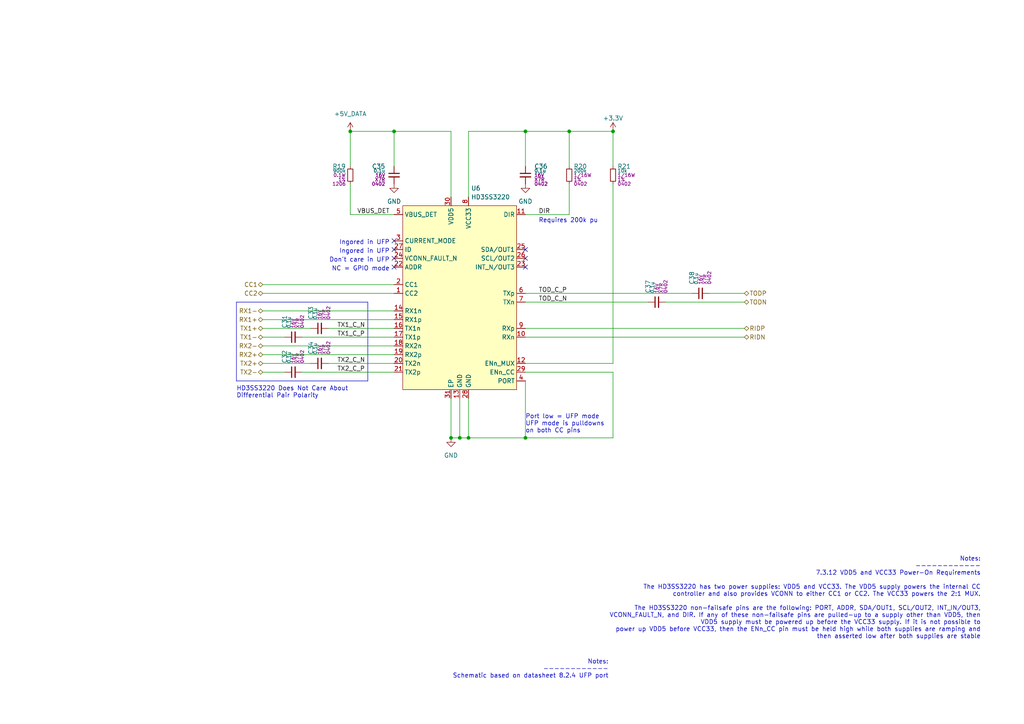
<source format=kicad_sch>
(kicad_sch (version 20230121) (generator eeschema)
  (paper "A4")
  (title_block (title "PCIeDMA") (date "2023-02-14") (rev "1"))
  (lib_symbols
    (symbol "Device:C_Small" (pin_numbers hide) (pin_names (offset 0.254) hide)
      (property "Reference" "C" (at 0.254 1.778 0))
      (property "Value" "C_Small" (at 0.254 -2.032 0))
      (symbol "C_Small_0_1"
        (polyline (pts (xy -1.524 -0.508) (xy 1.524 -0.508)) (stroke (width 0.3302)))
        (polyline (pts (xy -1.524 0.508) (xy 1.524 0.508)) (stroke (width 0.3048)))
      )
      (symbol "C_Small_1_1"
        (pin passive line (at 0 2.54 270) (length 2.032) (name "~") (number "1"))
        (pin passive line (at 0 -2.54 90) (length 2.032) (name "~") (number "2"))
      )
    )
    (symbol "Device:R_Small" (pin_numbers hide) (pin_names (offset 0.254) hide)
      (property "Reference" "R" (at 0.762 0.508 0))
      (property "Value" "R_Small" (at 0.762 -1.016 0))
      (symbol "R_Small_0_1"
        (rectangle (start -0.762 1.778) (end 0.762 -1.778) (stroke (width 0.2032)))
      )
      (symbol "R_Small_1_1"
        (pin passive line (at 0 2.54 270) (length 0.762) (name "~") (number "1"))
        (pin passive line (at 0 -2.54 90) (length 0.762) (name "~") (number "2"))
      )
    )
    (symbol "PCIeDMA:+5V_DATA" (power) (pin_names (offset 0))
      (property "Value" "+5V_DATA" (at 0 3.556 0))
      (symbol "+5V_DATA_0_1"
        (polyline (pts (xy -0.762 1.27) (xy 0 2.54)))
        (polyline (pts (xy 0 0) (xy 0 2.54)))
        (polyline (pts (xy 0 2.54) (xy 0.762 1.27)))
      )
      (symbol "+5V_DATA_1_1"
        (pin power_in line (at 0 0 90) (length 0) hide (name "+5V_DATA") (number "1"))
      )
    )
    (symbol "PCIeDMA:HD3SS3220"
      (property "Reference" "U" (at 0 0 0))
      (property "Value" "HD3SS3220" (at 0 2.54 0))
      (symbol "HD3SS3220_0_1"
        (rectangle (start 2.54 -2.54) (end 35.56 -55.88) (fill (type background)))
      )
      (symbol "HD3SS3220_1_1"
        (pin bidirectional line (at 0 -27.94 0) (length 2.54) (name "CC2") (number "1"))
        (pin bidirectional line (at 38.1 -40.64 180) (length 2.54) (name "RXn") (number "10"))
        (pin output line (at 38.1 -5.08 180) (length 2.54) (name "DIR") (number "11"))
        (pin input line (at 38.1 -48.26 180) (length 2.54) (name "ENn_MUX") (number "12"))
        (pin power_in line (at 19.05 -58.42 90) (length 2.54) (name "GND") (number "13"))
        (pin bidirectional line (at 0 -33.02 0) (length 2.54) (name "RX1n") (number "14"))
        (pin bidirectional line (at 0 -35.56 0) (length 2.54) (name "RX1p") (number "15"))
        (pin bidirectional line (at 0 -38.1 0) (length 2.54) (name "TX1n") (number "16"))
        (pin bidirectional line (at 0 -40.64 0) (length 2.54) (name "TX1p") (number "17"))
        (pin bidirectional line (at 0 -43.18 0) (length 2.54) (name "RX2n") (number "18"))
        (pin bidirectional line (at 0 -45.72 0) (length 2.54) (name "RX2p") (number "19"))
        (pin bidirectional line (at 0 -25.4 0) (length 2.54) (name "CC1") (number "2"))
        (pin bidirectional line (at 0 -48.26 0) (length 2.54) (name "TX2n") (number "20"))
        (pin bidirectional line (at 0 -50.8 0) (length 2.54) (name "TX2p") (number "21"))
        (pin input line (at 0 -20.32 0) (length 2.54) (name "ADDR") (number "22"))
        (pin output line (at 38.1 -20.32 180) (length 2.54) (name "INT_N/OUT3") (number "23"))
        (pin output line (at 0 -17.78 0) (length 2.54) (name "VCONN_FAULT_N") (number "24"))
        (pin bidirectional line (at 38.1 -15.24 180) (length 2.54) (name "SDA/OUT1") (number "25"))
        (pin bidirectional line (at 38.1 -17.78 180) (length 2.54) (name "SCL/OUT2") (number "26"))
        (pin output line (at 0 -15.24 0) (length 2.54) (name "ID") (number "27"))
        (pin power_in line (at 21.59 -58.42 90) (length 2.54) (name "GND") (number "28"))
        (pin input line (at 38.1 -50.8 180) (length 2.54) (name "ENn_CC") (number "29"))
        (pin input line (at 0 -12.7 0) (length 2.54) (name "CURRENT_MODE") (number "3"))
        (pin input line (at 16.51 0 270) (length 2.54) (name "VDD5") (number "30"))
        (pin power_in line (at 16.51 -58.42 90) (length 2.54) (name "EP") (number "31"))
        (pin input line (at 38.1 -53.34 180) (length 2.54) (name "PORT") (number "4"))
        (pin input line (at 0 -5.08 0) (length 2.54) (name "VBUS_DET") (number "5"))
        (pin bidirectional line (at 38.1 -27.94 180) (length 2.54) (name "TXp") (number "6"))
        (pin bidirectional line (at 38.1 -30.48 180) (length 2.54) (name "TXn") (number "7"))
        (pin power_in line (at 21.59 0 270) (length 2.54) (name "VCC33") (number "8"))
        (pin bidirectional line (at 38.1 -38.1 180) (length 2.54) (name "RXp") (number "9"))
      )
    )
    (symbol "power:+3.3V" (power) (pin_names (offset 0))
      (property "Value" "+3.3V" (at 0 3.556 0))
      (symbol "+3.3V_0_1"
        (polyline (pts (xy -0.762 1.27) (xy 0 2.54)))
        (polyline (pts (xy 0 0) (xy 0 2.54)))
        (polyline (pts (xy 0 2.54) (xy 0.762 1.27)))
      )
      (symbol "+3.3V_1_1"
        (pin power_in line (at 0 0 90) (length 0) hide (name "+3.3V") (number "1"))
      )
    )
    (symbol "power:GND" (power) (pin_names (offset 0))
      (property "Value" "GND" (at 0 -3.81 0))
      (symbol "GND_0_1"
        (polyline (pts (xy 0 0) (xy 0 -1.27) (xy 1.27 -1.27) (xy 0 -2.54) (xy -1.27 -1.27) (xy 0 -1.27)))
      )
      (symbol "GND_1_1"
        (pin power_in line (at 0 0 270) (length 0) hide (name "GND") (number "1"))
      )
    )
  )
  (bus_alias "I2C" (members "SDA" "SCL" "INT"))
  (junction (at 152.4 127))
  (junction (at 133.35 127))
  (junction (at 101.6 38.1))
  (junction (at 152.4 38.1))
  (junction (at 130.81 127))
  (junction (at 165.1 38.1))
  (junction (at 177.8 38.1))
  (junction (at 135.89 127))
  (junction (at 114.3 38.1))
  (no_connect (at 114.3 77.47))
  (no_connect (at 114.3 74.93))
  (no_connect (at 152.4 72.39))
  (no_connect (at 152.4 74.93))
  (no_connect (at 152.4 77.47))
  (no_connect (at 114.3 69.85))
  (no_connect (at 114.3 72.39))
  (wire (pts (xy 152.4 87.63) (xy 187.96 87.63)))
  (wire (pts (xy 152.4 107.95) (xy 177.8 107.95)))
  (wire (pts (xy 76.2 85.09) (xy 114.3 85.09)))
  (wire (pts (xy 135.89 127) (xy 133.35 127)))
  (wire (pts (xy 135.89 127) (xy 152.4 127)))
  (wire (pts (xy 130.81 115.57) (xy 130.81 127)))
  (wire (pts (xy 87.63 97.79) (xy 114.3 97.79)))
  (polyline (pts (xy 68.58 87.63) (xy 68.58 110.49)))
  (wire (pts (xy 76.2 95.25) (xy 90.17 95.25)))
  (wire (pts (xy 76.2 105.41) (xy 90.17 105.41)))
  (wire (pts (xy 133.35 115.57) (xy 133.35 127)))
  (wire (pts (xy 101.6 38.1) (xy 114.3 38.1)))
  (wire (pts (xy 135.89 115.57) (xy 135.89 127)))
  (wire (pts (xy 135.89 38.1) (xy 152.4 38.1)))
  (wire (pts (xy 130.81 38.1) (xy 130.81 57.15)))
  (wire (pts (xy 205.74 85.09) (xy 215.9 85.09)))
  (wire (pts (xy 152.4 38.1) (xy 152.4 48.26)))
  (polyline (pts (xy 106.68 87.63) (xy 106.68 110.49)))
  (wire (pts (xy 101.6 38.1) (xy 101.6 48.26)))
  (wire (pts (xy 76.2 102.87) (xy 114.3 102.87)))
  (wire (pts (xy 114.3 38.1) (xy 130.81 38.1)))
  (wire (pts (xy 135.89 38.1) (xy 135.89 57.15)))
  (wire (pts (xy 152.4 38.1) (xy 165.1 38.1)))
  (polyline (pts (xy 106.68 110.49) (xy 68.58 110.49)))
  (wire (pts (xy 133.35 127) (xy 130.81 127)))
  (wire (pts (xy 177.8 53.34) (xy 177.8 105.41)))
  (wire (pts (xy 76.2 97.79) (xy 82.55 97.79)))
  (wire (pts (xy 193.04 87.63) (xy 215.9 87.63)))
  (wire (pts (xy 76.2 92.71) (xy 114.3 92.71)))
  (wire (pts (xy 165.1 62.23) (xy 165.1 53.34)))
  (wire (pts (xy 76.2 90.17) (xy 114.3 90.17)))
  (wire (pts (xy 177.8 107.95) (xy 177.8 127)))
  (wire (pts (xy 152.4 95.25) (xy 215.9 95.25)))
  (wire (pts (xy 76.2 82.55) (xy 114.3 82.55)))
  (wire (pts (xy 101.6 62.23) (xy 114.3 62.23)))
  (wire (pts (xy 76.2 107.95) (xy 82.55 107.95)))
  (wire (pts (xy 95.25 95.25) (xy 114.3 95.25)))
  (wire (pts (xy 114.3 38.1) (xy 114.3 48.26)))
  (wire (pts (xy 152.4 110.49) (xy 152.4 127)))
  (wire (pts (xy 152.4 97.79) (xy 215.9 97.79)))
  (polyline (pts (xy 68.58 87.63) (xy 106.68 87.63)))
  (wire (pts (xy 152.4 127) (xy 177.8 127)))
  (wire (pts (xy 87.63 107.95) (xy 114.3 107.95)))
  (wire (pts (xy 152.4 62.23) (xy 165.1 62.23)))
  (wire (pts (xy 165.1 38.1) (xy 177.8 38.1)))
  (wire (pts (xy 152.4 105.41) (xy 177.8 105.41)))
  (wire (pts (xy 152.4 85.09) (xy 200.66 85.09)))
  (wire (pts (xy 76.2 100.33) (xy 114.3 100.33)))
  (wire (pts (xy 165.1 38.1) (xy 165.1 48.26)))
  (wire (pts (xy 95.25 105.41) (xy 114.3 105.41)))
  (wire (pts (xy 101.6 62.23) (xy 101.6 53.34)))
  (wire (pts (xy 177.8 38.1) (xy 177.8 48.26)))
  (text "HD3SS3220 Does Not Care About\nDifferential Pair Polarity" (at 68.58 115.57 0) (effects (font (size 1.27 1.27)) (justify left bottom)))
  (text "NC = GPIO mode" (at 113.03 78.74 0) (effects (font (size 1.27 1.27)) (justify right bottom)))
  (text "Ingored in UFP" (at 113.03 71.12 0) (effects (font (size 1.27 1.27)) (justify right bottom)))
  (text "Requires 200k pu" (at 156.21 64.77 0) (effects (font (size 1.27 1.27)) (justify left bottom)))
  (text "Ingored in UFP" (at 113.03 73.66 0) (effects (font (size 1.27 1.27)) (justify right bottom)))
  (text "Don't care in UFP" (at 113.03 76.2 0) (effects (font (size 1.27 1.27)) (justify right bottom)))
  (text "Notes:\n------------\n7.3.12 VDD5 and VCC33 Power-On Requirements\n\nThe HD3SS3220 has two power supplies: VDD5 and VCC33. The VDD5 supply powers the internal CC\ncontroller and also provides VCONN to either CC1 or CC2. The VCC33 powers the 2:1 MUX.\n\nThe HD3SS3220 non-failsafe pins are the following: PORT, ADDR, SDA/OUT1, SCL/OUT2, INT_IN/OUT3,\nVCONN_FAULT_N, and DIR. If any of these non-failsafe pins are pulled-up to a supply other than VDD5, then\nVDD5 supply must be powered up before the VCC33 supply. If it is not possible to\npower up VDD5 before VCC33, then the ENn_CC pin must be held high while both supplies are ramping and\nthen asserted low after both supplies are stable" (at 284.48 185.42 0) (effects (font (size 1.27 1.27)) (justify right bottom)))
  (text "Notes:\n------------\nSchematic based on datasheet 8.2.4 UFP port" (at 176.53 196.85 0) (effects (font (size 1.27 1.27)) (justify right bottom)))
  (text "Port low = UFP mode\nUFP mode is pulldowns\non both CC pins" (at 152.4 125.73 0) (effects (font (size 1.27 1.27)) (justify left bottom)))
  (label "TOD_C_N" (at 156.21 87.63 0))
  (label "TX2_C_N" (at 97.79 105.41 0))
  (label "TX2_C_P" (at 97.79 107.95 0))
  (label "TOD_C_P" (at 156.21 85.09 0))
  (label "DIR" (at 156.21 62.23 0))
  (label "TX1_C_N" (at 97.79 95.25 0))
  (label "VBUS_DET" (at 113.03 62.23 180))
  (label "TX1_C_P" (at 97.79 97.79 0))
  (hierarchical_label "TX2-" (shape bidirectional) (at 76.2 107.95 180))
  (hierarchical_label "RX2-" (shape bidirectional) (at 76.2 100.33 180))
  (hierarchical_label "TX1-" (shape bidirectional) (at 76.2 97.79 180))
  (hierarchical_label "TX2+" (shape bidirectional) (at 76.2 105.41 180))
  (hierarchical_label "RX2+" (shape bidirectional) (at 76.2 102.87 180))
  (hierarchical_label "RX1+" (shape bidirectional) (at 76.2 92.71 180))
  (hierarchical_label "TODP" (shape bidirectional) (at 215.9 85.09 0))
  (hierarchical_label "RX1-" (shape bidirectional) (at 76.2 90.17 180))
  (hierarchical_label "TX1+" (shape bidirectional) (at 76.2 95.25 180))
  (hierarchical_label "CC2" (shape bidirectional) (at 76.2 85.09 180))
  (hierarchical_label "RIDP" (shape bidirectional) (at 215.9 95.25 0))
  (hierarchical_label "CC1" (shape bidirectional) (at 76.2 82.55 180))
  (hierarchical_label "TODN" (shape bidirectional) (at 215.9 87.63 0))
  (hierarchical_label "RIDN" (shape bidirectional) (at 215.9 97.79 0))
  (symbol (lib_id "Device:C_Small") (at 92.71 95.25 90) (unit 1)
    (property "Reference" "C33" (at 90.17 92.71 0) (effects (justify left)))
    (property "Value" "0.1u" (at 91.44 92.71 0) (effects (font (size 1 1)) (justify left)))
    (property "Footprint" "Capacitor_SMD:C_0402_1005Metric" (effects hide))
    (property "Rating" "16V" (at 92.71 92.71 0) (effects (font (size 1 1)) (justify left)))
    (property "Class" "X7R" (at 93.98 92.71 0) (effects (font (size 1 1)) (justify left)))
    (property "Size" "0402" (at 95.25 92.71 0) (effects (font (size 1 1)) (justify left)))
  )
  (symbol (lib_id "Device:R_Small") (at 177.8 50.8 0) (unit 1)
    (property "Reference" "R21" (at 179.07 48.26 0) (effects (justify left)))
    (property "Value" "10k" (at 179.07 49.53 0) (effects (font (size 1 1)) (justify left)))
    (property "Footprint" "Resistor_SMD:R_0402_1005Metric" (effects hide))
    (property "Rating" "1/16W" (at 179.07 50.8 0) (effects (font (size 1 1)) (justify left)))
    (property "Tolerance" "1%" (at 179.07 52.07 0) (effects (font (size 1 1)) (justify left)))
    (property "Size" "0402" (at 179.07 53.34 0) (effects (font (size 1 1)) (justify left)))
  )
  (symbol (lib_id "power:GND") (at 114.3 53.34 0) (mirror y) (unit 1)
    (property "Reference" "#PWR040" (effects hide))
    (property "Value" "GND" (at 114.3 58.42 0))
  )
  (symbol (lib_id "PCIeDMA:+5V_DATA") (at 101.6 38.1 0) (unit 1)
    (property "Reference" "#PWR039" (effects hide))
    (property "Value" "+5V_DATA" (at 101.6 33.02 0))
  )
  (symbol (lib_id "PCIeDMA:HD3SS3220") (at 114.3 57.15 0) (unit 1)
    (property "Reference" "U6" (at 136.6394 54.61 0) (effects (justify left)))
    (property "Value" "HD3SS3220" (at 136.6394 57.15 0) (effects (justify left)))
    (property "Footprint" "PCIeDMA:HD3SS3220" (effects hide))
  )
  (symbol (lib_id "Device:C_Small") (at 190.5 87.63 90) (unit 1)
    (property "Reference" "C37" (at 187.96 85.09 0) (effects (justify left)))
    (property "Value" "0.1u" (at 189.23 85.09 0) (effects (font (size 1 1)) (justify left)))
    (property "Footprint" "Capacitor_SMD:C_0402_1005Metric" (effects hide))
    (property "Rating" "16V" (at 190.5 85.09 0) (effects (font (size 1 1)) (justify left)))
    (property "Class" "X7R" (at 191.77 85.09 0) (effects (font (size 1 1)) (justify left)))
    (property "Size" "0402" (at 193.04 85.09 0) (effects (font (size 1 1)) (justify left)))
  )
  (symbol (lib_id "Device:C_Small") (at 114.3 50.8 0) (mirror y) (unit 1)
    (property "Reference" "C35" (at 111.76 48.26 0) (effects (justify left)))
    (property "Value" "0.1u" (at 111.76 49.53 0) (effects (font (size 1 1)) (justify left)))
    (property "Footprint" "Capacitor_SMD:C_0402_1005Metric" (effects hide))
    (property "Rating" "16V" (at 111.76 50.8 0) (effects (font (size 1 1)) (justify left)))
    (property "Class" "X7R" (at 111.76 52.07 0) (effects (font (size 1 1)) (justify left)))
    (property "Size" "0402" (at 111.76 53.34 0) (effects (font (size 1 1)) (justify left)))
  )
  (symbol (lib_id "Device:C_Small") (at 152.4 50.8 0) (unit 1)
    (property "Reference" "C36" (at 154.94 48.26 0) (effects (justify left)))
    (property "Value" "0.1u" (at 154.94 49.53 0) (effects (font (size 1 1)) (justify left)))
    (property "Footprint" "Capacitor_SMD:C_0402_1005Metric" (effects hide))
    (property "Rating" "16V" (at 154.94 50.8 0) (effects (font (size 1 1)) (justify left)))
    (property "Class" "X7R" (at 154.94 52.07 0) (effects (font (size 1 1)) (justify left)))
    (property "Size" "0402" (at 154.94 53.34 0) (effects (font (size 1 1)) (justify left)))
  )
  (symbol (lib_id "Device:R_Small") (at 165.1 50.8 0) (unit 1)
    (property "Reference" "R20" (at 166.37 48.26 0) (effects (justify left)))
    (property "Value" "200k" (at 166.37 49.53 0) (effects (font (size 1 1)) (justify left)))
    (property "Footprint" "Resistor_SMD:R_0402_1005Metric" (effects hide))
    (property "Rating" "1/16W" (at 166.37 50.8 0) (effects (font (size 1 1)) (justify left)))
    (property "Tolerance" "1%" (at 166.37 52.07 0) (effects (font (size 1 1)) (justify left)))
    (property "Size" "0402" (at 166.37 53.34 0) (effects (font (size 1 1)) (justify left)))
  )
  (symbol (lib_id "Device:C_Small") (at 85.09 107.95 90) (unit 1)
    (property "Reference" "C32" (at 82.55 105.41 0) (effects (justify left)))
    (property "Value" "0.1u" (at 83.82 105.41 0) (effects (font (size 1 1)) (justify left)))
    (property "Footprint" "Capacitor_SMD:C_0402_1005Metric" (effects hide))
    (property "Rating" "16V" (at 85.09 105.41 0) (effects (font (size 1 1)) (justify left)))
    (property "Class" "X7R" (at 86.36 105.41 0) (effects (font (size 1 1)) (justify left)))
    (property "Size" "0402" (at 87.63 105.41 0) (effects (font (size 1 1)) (justify left)))
  )
  (symbol (lib_id "Device:R_Small") (at 101.6 50.8 0) (mirror y) (unit 1)
    (property "Reference" "R19" (at 100.33 48.26 0) (effects (justify left)))
    (property "Value" "900k" (at 100.33 49.53 0) (effects (font (size 1 1)) (justify left)))
    (property "Footprint" "Resistor_SMD:R_1206_3216Metric" (effects hide))
    (property "Rating" "0.1W" (at 100.33 50.8 0) (effects (font (size 1 1)) (justify left)))
    (property "Tolerance" "1%" (at 100.33 52.07 0) (effects (font (size 1 1)) (justify left)))
    (property "Size" "1206" (at 100.33 53.34 0) (effects (font (size 1 1)) (justify left)))
  )
  (symbol (lib_id "Device:C_Small") (at 85.09 97.79 90) (unit 1)
    (property "Reference" "C31" (at 82.55 95.25 0) (effects (justify left)))
    (property "Value" "0.1u" (at 83.82 95.25 0) (effects (font (size 1 1)) (justify left)))
    (property "Footprint" "Capacitor_SMD:C_0402_1005Metric" (effects hide))
    (property "Rating" "16V" (at 85.09 95.25 0) (effects (font (size 1 1)) (justify left)))
    (property "Class" "X7R" (at 86.36 95.25 0) (effects (font (size 1 1)) (justify left)))
    (property "Size" "0402" (at 87.63 95.25 0) (effects (font (size 1 1)) (justify left)))
  )
  (symbol (lib_id "power:GND") (at 130.81 127 0) (unit 1)
    (property "Reference" "#PWR041" (effects hide))
    (property "Value" "GND" (at 130.81 132.08 0))
  )
  (symbol (lib_id "power:+3.3V") (at 177.8 38.1 0) (unit 1)
    (property "Reference" "#PWR043" (effects hide))
    (property "Value" "+3.3V" (at 177.8 34.29 0))
  )
  (symbol (lib_id "Device:C_Small") (at 203.2 85.09 90) (unit 1)
    (property "Reference" "C38" (at 200.66 82.55 0) (effects (justify left)))
    (property "Value" "0.1u" (at 201.93 82.55 0) (effects (font (size 1 1)) (justify left)))
    (property "Footprint" "Capacitor_SMD:C_0402_1005Metric" (effects hide))
    (property "Rating" "16V" (at 203.2 82.55 0) (effects (font (size 1 1)) (justify left)))
    (property "Class" "X7R" (at 204.47 82.55 0) (effects (font (size 1 1)) (justify left)))
    (property "Size" "0402" (at 205.74 82.55 0) (effects (font (size 1 1)) (justify left)))
  )
  (symbol (lib_id "power:GND") (at 152.4 53.34 0) (mirror y) (unit 1)
    (property "Reference" "#PWR042" (effects hide))
    (property "Value" "GND" (at 152.4 58.42 0))
  )
  (symbol (lib_id "Device:C_Small") (at 92.71 105.41 90) (unit 1)
    (property "Reference" "C34" (at 90.17 102.87 0) (effects (justify left)))
    (property "Value" "0.1u" (at 91.44 102.87 0) (effects (font (size 1 1)) (justify left)))
    (property "Footprint" "Capacitor_SMD:C_0402_1005Metric" (effects hide))
    (property "Rating" "16V" (at 92.71 102.87 0) (effects (font (size 1 1)) (justify left)))
    (property "Class" "X7R" (at 93.98 102.87 0) (effects (font (size 1 1)) (justify left)))
    (property "Size" "0402" (at 95.25 102.87 0) (effects (font (size 1 1)) (justify left)))
  )
)
</source>
